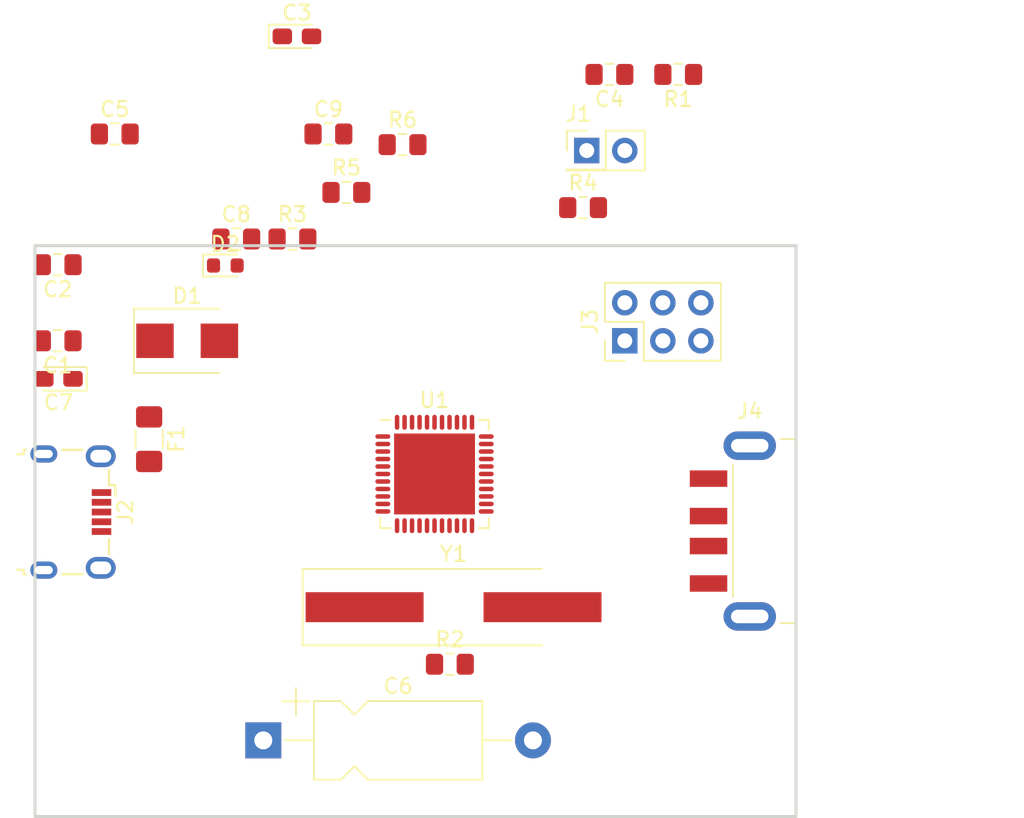
<source format=kicad_pcb>
(kicad_pcb (version 20171130) (host pcbnew "(6.0.0-rc1-dev-617-g3bac10b11)")

  (general
    (thickness 1.6)
    (drawings 4)
    (tracks 0)
    (zones 0)
    (modules 24)
    (nets 44)
  )

  (page A4)
  (layers
    (0 F.Cu signal)
    (31 B.Cu signal)
    (32 B.Adhes user)
    (33 F.Adhes user)
    (34 B.Paste user)
    (35 F.Paste user)
    (36 B.SilkS user)
    (37 F.SilkS user)
    (38 B.Mask user)
    (39 F.Mask user)
    (40 Dwgs.User user hide)
    (41 Cmts.User user)
    (42 Eco1.User user)
    (43 Eco2.User user)
    (44 Edge.Cuts user)
    (45 Margin user)
    (46 B.CrtYd user hide)
    (47 F.CrtYd user hide)
    (48 B.Fab user)
    (49 F.Fab user hide)
  )

  (setup
    (last_trace_width 0.25)
    (trace_clearance 0.2)
    (zone_clearance 0.508)
    (zone_45_only no)
    (trace_min 0.2)
    (via_size 0.8)
    (via_drill 0.4)
    (via_min_size 0.4)
    (via_min_drill 0.3)
    (uvia_size 0.3)
    (uvia_drill 0.1)
    (uvias_allowed no)
    (uvia_min_size 0.2)
    (uvia_min_drill 0.1)
    (edge_width 0.15)
    (segment_width 0.2)
    (pcb_text_width 0.3)
    (pcb_text_size 1.5 1.5)
    (mod_edge_width 0.15)
    (mod_text_size 1 1)
    (mod_text_width 0.15)
    (pad_size 1.524 1.524)
    (pad_drill 0.762)
    (pad_to_mask_clearance 0.2)
    (solder_mask_min_width 0.25)
    (aux_axis_origin 0 0)
    (visible_elements FFFFFF7F)
    (pcbplotparams
      (layerselection 0x010fc_ffffffff)
      (usegerberextensions false)
      (usegerberattributes false)
      (usegerberadvancedattributes false)
      (creategerberjobfile false)
      (excludeedgelayer true)
      (linewidth 0.100000)
      (plotframeref false)
      (viasonmask false)
      (mode 1)
      (useauxorigin false)
      (hpglpennumber 1)
      (hpglpenspeed 20)
      (hpglpendiameter 15.000000)
      (psnegative false)
      (psa4output false)
      (plotreference true)
      (plotvalue true)
      (plotinvisibletext false)
      (padsonsilk false)
      (subtractmaskfromsilk false)
      (outputformat 1)
      (mirror false)
      (drillshape 1)
      (scaleselection 1)
      (outputdirectory ""))
  )

  (net 0 "")
  (net 1 "Net-(U1-Pad1)")
  (net 2 VCC)
  (net 3 /D-)
  (net 4 /D+)
  (net 5 GND)
  (net 6 "Net-(U1-Pad8)")
  (net 7 /SCK)
  (net 8 /MOSI)
  (net 9 /MISO)
  (net 10 "Net-(U1-Pad12)")
  (net 11 /*Reset)
  (net 12 /XTAL2)
  (net 13 /XTAL1)
  (net 14 "Net-(U1-Pad18)")
  (net 15 "Net-(U1-Pad19)")
  (net 16 "Net-(U1-Pad20)")
  (net 17 "Net-(U1-Pad21)")
  (net 18 "Net-(U1-Pad22)")
  (net 19 "Net-(U1-Pad25)")
  (net 20 "Net-(U1-Pad26)")
  (net 21 "Net-(U1-Pad27)")
  (net 22 "Net-(U1-Pad28)")
  (net 23 "Net-(U1-Pad29)")
  (net 24 "Net-(U1-Pad30)")
  (net 25 "Net-(U1-Pad31)")
  (net 26 "Net-(U1-Pad32)")
  (net 27 "Net-(U1-Pad33)")
  (net 28 "Net-(U1-Pad36)")
  (net 29 "Net-(U1-Pad37)")
  (net 30 "Net-(U1-Pad38)")
  (net 31 "Net-(U1-Pad39)")
  (net 32 "Net-(U1-Pad40)")
  (net 33 "Net-(U1-Pad41)")
  (net 34 "Net-(U1-Pad42)")
  (net 35 "Net-(D2-Pad2)")
  (net 36 "Net-(F1-Pad2)")
  (net 37 "Net-(J2-Pad2)")
  (net 38 "Net-(J2-Pad3)")
  (net 39 "Net-(J2-Pad4)")
  (net 40 /Reset)
  (net 41 "Net-(J4-Pad2)")
  (net 42 "Net-(J4-Pad3)")
  (net 43 "Net-(C7-Pad1)")

  (net_class Default "This is the default net class."
    (clearance 0.2)
    (trace_width 0.25)
    (via_dia 0.8)
    (via_drill 0.4)
    (uvia_dia 0.3)
    (uvia_drill 0.1)
    (add_net /*Reset)
    (add_net /D+)
    (add_net /D-)
    (add_net /MISO)
    (add_net /MOSI)
    (add_net /Reset)
    (add_net /SCK)
    (add_net /XTAL1)
    (add_net /XTAL2)
    (add_net GND)
    (add_net "Net-(C7-Pad1)")
    (add_net "Net-(D2-Pad2)")
    (add_net "Net-(F1-Pad2)")
    (add_net "Net-(J2-Pad2)")
    (add_net "Net-(J2-Pad3)")
    (add_net "Net-(J2-Pad4)")
    (add_net "Net-(J4-Pad2)")
    (add_net "Net-(J4-Pad3)")
    (add_net "Net-(U1-Pad1)")
    (add_net "Net-(U1-Pad12)")
    (add_net "Net-(U1-Pad18)")
    (add_net "Net-(U1-Pad19)")
    (add_net "Net-(U1-Pad20)")
    (add_net "Net-(U1-Pad21)")
    (add_net "Net-(U1-Pad22)")
    (add_net "Net-(U1-Pad25)")
    (add_net "Net-(U1-Pad26)")
    (add_net "Net-(U1-Pad27)")
    (add_net "Net-(U1-Pad28)")
    (add_net "Net-(U1-Pad29)")
    (add_net "Net-(U1-Pad30)")
    (add_net "Net-(U1-Pad31)")
    (add_net "Net-(U1-Pad32)")
    (add_net "Net-(U1-Pad33)")
    (add_net "Net-(U1-Pad36)")
    (add_net "Net-(U1-Pad37)")
    (add_net "Net-(U1-Pad38)")
    (add_net "Net-(U1-Pad39)")
    (add_net "Net-(U1-Pad40)")
    (add_net "Net-(U1-Pad41)")
    (add_net "Net-(U1-Pad42)")
    (add_net "Net-(U1-Pad8)")
    (add_net VCC)
  )

  (module Package_DFN_QFN:QFN-44-1EP_7x7mm_P0.5mm_EP5.4x5.4mm (layer F.Cu) (tedit 5AAB50AC) (tstamp 5BB73AB9)
    (at 191.77 40.64)
    (descr "44-Lead Plastic Quad Flat No-Lead Package, 7x7mm Body (see Atmel Appnote 8826)")
    (tags "QFN 0.5")
    (path /5BA9A745)
    (attr smd)
    (fp_text reference U1 (at 0 -4.925) (layer F.SilkS)
      (effects (font (size 1 1) (thickness 0.15)))
    )
    (fp_text value ATmega16U4-MU (at 0 4.925) (layer F.Fab)
      (effects (font (size 1 1) (thickness 0.15)))
    )
    (fp_text user %R (at 0 0) (layer F.Fab)
      (effects (font (size 1 1) (thickness 0.15)))
    )
    (fp_line (start -4.2 -4.2) (end -4.2 4.2) (layer F.CrtYd) (width 0.05))
    (fp_line (start -4.2 -4.2) (end 4.2 -4.2) (layer F.CrtYd) (width 0.05))
    (fp_line (start -4.2 4.2) (end 4.2 4.2) (layer F.CrtYd) (width 0.05))
    (fp_line (start 4.2 -4.2) (end 4.2 4.2) (layer F.CrtYd) (width 0.05))
    (fp_line (start -3.5 -2.5) (end -2.5 -3.5) (layer F.Fab) (width 0.1))
    (fp_line (start -3.5 3.5) (end -3.5 -2.5) (layer F.Fab) (width 0.1))
    (fp_line (start -2.5 -3.5) (end 3.5 -3.5) (layer F.Fab) (width 0.1))
    (fp_line (start 3.5 -3.5) (end 3.5 3.5) (layer F.Fab) (width 0.1))
    (fp_line (start 3.5 3.5) (end -3.5 3.5) (layer F.Fab) (width 0.1))
    (fp_line (start -3.62 -3.62) (end -2.95 -3.62) (layer F.SilkS) (width 0.12))
    (fp_line (start -3.62 3.62) (end -3.62 2.95) (layer F.SilkS) (width 0.12))
    (fp_line (start -3.62 3.62) (end -2.95 3.62) (layer F.SilkS) (width 0.12))
    (fp_line (start 3.62 -3.62) (end 2.95 -3.62) (layer F.SilkS) (width 0.12))
    (fp_line (start 3.62 -3.62) (end 3.62 -2.95) (layer F.SilkS) (width 0.12))
    (fp_line (start 3.62 3.62) (end 2.95 3.62) (layer F.SilkS) (width 0.12))
    (fp_line (start 3.62 3.62) (end 3.62 2.95) (layer F.SilkS) (width 0.12))
    (pad 1 smd oval (at -3.45 -2.5) (size 1 0.3) (layers F.Cu F.Paste F.Mask)
      (net 1 "Net-(U1-Pad1)"))
    (pad 2 smd oval (at -3.45 -2) (size 1 0.3) (layers F.Cu F.Paste F.Mask)
      (net 2 VCC))
    (pad 3 smd oval (at -3.45 -1.5) (size 1 0.3) (layers F.Cu F.Paste F.Mask)
      (net 3 /D-))
    (pad 4 smd oval (at -3.45 -1) (size 1 0.3) (layers F.Cu F.Paste F.Mask)
      (net 4 /D+))
    (pad 5 smd oval (at -3.45 -0.5) (size 1 0.3) (layers F.Cu F.Paste F.Mask)
      (net 5 GND))
    (pad 6 smd oval (at -3.45 0) (size 1 0.3) (layers F.Cu F.Paste F.Mask)
      (net 43 "Net-(C7-Pad1)"))
    (pad 7 smd oval (at -3.45 0.5) (size 1 0.3) (layers F.Cu F.Paste F.Mask)
      (net 2 VCC))
    (pad 8 smd oval (at -3.45 1) (size 1 0.3) (layers F.Cu F.Paste F.Mask)
      (net 6 "Net-(U1-Pad8)"))
    (pad 9 smd oval (at -3.45 1.5) (size 1 0.3) (layers F.Cu F.Paste F.Mask)
      (net 7 /SCK))
    (pad 10 smd oval (at -3.45 2) (size 1 0.3) (layers F.Cu F.Paste F.Mask)
      (net 8 /MOSI))
    (pad 11 smd oval (at -3.45 2.5) (size 1 0.3) (layers F.Cu F.Paste F.Mask)
      (net 9 /MISO))
    (pad 12 smd oval (at -2.5 3.45 90) (size 1 0.3) (layers F.Cu F.Paste F.Mask)
      (net 10 "Net-(U1-Pad12)"))
    (pad 13 smd oval (at -2 3.45 90) (size 1 0.3) (layers F.Cu F.Paste F.Mask)
      (net 11 /*Reset))
    (pad 14 smd oval (at -1.5 3.45 90) (size 1 0.3) (layers F.Cu F.Paste F.Mask)
      (net 2 VCC))
    (pad 15 smd oval (at -1 3.45 90) (size 1 0.3) (layers F.Cu F.Paste F.Mask)
      (net 5 GND))
    (pad 16 smd oval (at -0.5 3.45 90) (size 1 0.3) (layers F.Cu F.Paste F.Mask)
      (net 12 /XTAL2))
    (pad 17 smd oval (at 0 3.45 90) (size 1 0.3) (layers F.Cu F.Paste F.Mask)
      (net 13 /XTAL1))
    (pad 18 smd oval (at 0.5 3.45 90) (size 1 0.3) (layers F.Cu F.Paste F.Mask)
      (net 14 "Net-(U1-Pad18)"))
    (pad 19 smd oval (at 1 3.45 90) (size 1 0.3) (layers F.Cu F.Paste F.Mask)
      (net 15 "Net-(U1-Pad19)"))
    (pad 20 smd oval (at 1.5 3.45 90) (size 1 0.3) (layers F.Cu F.Paste F.Mask)
      (net 16 "Net-(U1-Pad20)"))
    (pad 21 smd oval (at 2 3.45 90) (size 1 0.3) (layers F.Cu F.Paste F.Mask)
      (net 17 "Net-(U1-Pad21)"))
    (pad 22 smd oval (at 2.5 3.45 90) (size 1 0.3) (layers F.Cu F.Paste F.Mask)
      (net 18 "Net-(U1-Pad22)"))
    (pad 23 smd oval (at 3.45 2.5) (size 1 0.3) (layers F.Cu F.Paste F.Mask)
      (net 5 GND))
    (pad 24 smd oval (at 3.45 2) (size 1 0.3) (layers F.Cu F.Paste F.Mask)
      (net 2 VCC))
    (pad 25 smd oval (at 3.45 1.5) (size 1 0.3) (layers F.Cu F.Paste F.Mask)
      (net 19 "Net-(U1-Pad25)"))
    (pad 26 smd oval (at 3.45 1) (size 1 0.3) (layers F.Cu F.Paste F.Mask)
      (net 20 "Net-(U1-Pad26)"))
    (pad 27 smd oval (at 3.45 0.5) (size 1 0.3) (layers F.Cu F.Paste F.Mask)
      (net 21 "Net-(U1-Pad27)"))
    (pad 28 smd oval (at 3.45 0) (size 1 0.3) (layers F.Cu F.Paste F.Mask)
      (net 22 "Net-(U1-Pad28)"))
    (pad 29 smd oval (at 3.45 -0.5) (size 1 0.3) (layers F.Cu F.Paste F.Mask)
      (net 23 "Net-(U1-Pad29)"))
    (pad 30 smd oval (at 3.45 -1) (size 1 0.3) (layers F.Cu F.Paste F.Mask)
      (net 24 "Net-(U1-Pad30)"))
    (pad 31 smd oval (at 3.45 -1.5) (size 1 0.3) (layers F.Cu F.Paste F.Mask)
      (net 25 "Net-(U1-Pad31)"))
    (pad 32 smd oval (at 3.45 -2) (size 1 0.3) (layers F.Cu F.Paste F.Mask)
      (net 26 "Net-(U1-Pad32)"))
    (pad 33 smd oval (at 3.45 -2.5) (size 1 0.3) (layers F.Cu F.Paste F.Mask)
      (net 27 "Net-(U1-Pad33)"))
    (pad 34 smd oval (at 2.5 -3.45 90) (size 1 0.3) (layers F.Cu F.Paste F.Mask)
      (net 2 VCC))
    (pad 35 smd oval (at 2 -3.45 90) (size 1 0.3) (layers F.Cu F.Paste F.Mask)
      (net 5 GND))
    (pad 36 smd oval (at 1.5 -3.45 90) (size 1 0.3) (layers F.Cu F.Paste F.Mask)
      (net 28 "Net-(U1-Pad36)"))
    (pad 37 smd oval (at 1 -3.45 90) (size 1 0.3) (layers F.Cu F.Paste F.Mask)
      (net 29 "Net-(U1-Pad37)"))
    (pad 38 smd oval (at 0.5 -3.45 90) (size 1 0.3) (layers F.Cu F.Paste F.Mask)
      (net 30 "Net-(U1-Pad38)"))
    (pad 39 smd oval (at 0 -3.45 90) (size 1 0.3) (layers F.Cu F.Paste F.Mask)
      (net 31 "Net-(U1-Pad39)"))
    (pad 40 smd oval (at -0.5 -3.45 90) (size 1 0.3) (layers F.Cu F.Paste F.Mask)
      (net 32 "Net-(U1-Pad40)"))
    (pad 41 smd oval (at -1 -3.45 90) (size 1 0.3) (layers F.Cu F.Paste F.Mask)
      (net 33 "Net-(U1-Pad41)"))
    (pad 42 smd oval (at -1.5 -3.45 90) (size 1 0.3) (layers F.Cu F.Paste F.Mask)
      (net 34 "Net-(U1-Pad42)"))
    (pad 43 smd oval (at -2 -3.45 90) (size 1 0.3) (layers F.Cu F.Paste F.Mask)
      (net 5 GND))
    (pad 44 smd oval (at -2.5 -3.45 90) (size 1 0.3) (layers F.Cu F.Paste F.Mask)
      (net 2 VCC))
    (pad 45 smd rect (at 0 0) (size 5.4 5.4) (layers F.Cu F.Mask)
      (net 5 GND))
    (pad "" smd rect (at -2.06 -2.06) (size 0.83 0.83) (layers F.Paste))
    (pad "" smd rect (at -2.06 -1.03) (size 0.83 0.83) (layers F.Paste))
    (pad "" smd rect (at -2.06 0) (size 0.83 0.83) (layers F.Paste))
    (pad "" smd rect (at -2.06 1.03) (size 0.83 0.83) (layers F.Paste))
    (pad "" smd rect (at -2.06 2.06) (size 0.83 0.83) (layers F.Paste))
    (pad "" smd rect (at -1.03 -2.06) (size 0.83 0.83) (layers F.Paste))
    (pad "" smd rect (at -1.03 -1.03) (size 0.83 0.83) (layers F.Paste))
    (pad "" smd rect (at -1.03 0) (size 0.83 0.83) (layers F.Paste))
    (pad "" smd rect (at -1.03 1.03) (size 0.83 0.83) (layers F.Paste))
    (pad "" smd rect (at -1.03 2.06) (size 0.83 0.83) (layers F.Paste))
    (pad "" smd rect (at 0 -2.06) (size 0.83 0.83) (layers F.Paste))
    (pad "" smd rect (at 0 -1.03) (size 0.83 0.83) (layers F.Paste))
    (pad "" smd rect (at 0 0) (size 0.83 0.83) (layers F.Paste))
    (pad "" smd rect (at 0 1.03) (size 0.83 0.83) (layers F.Paste))
    (pad "" smd rect (at 0 2.06) (size 0.83 0.83) (layers F.Paste))
    (pad "" smd rect (at 1.03 -2.06) (size 0.83 0.83) (layers F.Paste))
    (pad "" smd rect (at 1.03 -1.03) (size 0.83 0.83) (layers F.Paste))
    (pad "" smd rect (at 1.03 0) (size 0.83 0.83) (layers F.Paste))
    (pad "" smd rect (at 1.03 1.03) (size 0.83 0.83) (layers F.Paste))
    (pad "" smd rect (at 1.03 2.06) (size 0.83 0.83) (layers F.Paste))
    (pad "" smd rect (at 2.06 -2.06) (size 0.83 0.83) (layers F.Paste))
    (pad "" smd rect (at 2.06 -1.03) (size 0.83 0.83) (layers F.Paste))
    (pad "" smd rect (at 2.06 0) (size 0.83 0.83) (layers F.Paste))
    (pad "" smd rect (at 2.06 1.03) (size 0.83 0.83) (layers F.Paste))
    (pad "" smd rect (at 2.06 2.06) (size 0.83 0.83) (layers F.Paste))
    (model ${KISYS3DMOD}/Package_DFN_QFN.3dshapes/QFN-44-1EP_7x7mm_P0.5mm_EP5.4x5.4mm.wrl
      (at (xyz 0 0 0))
      (scale (xyz 1 1 1))
      (rotate (xyz 0 0 0))
    )
  )

  (module Capacitor_SMD:C_0805_2012Metric_Pad1.15x1.40mm_HandSolder (layer F.Cu) (tedit 5B36C52B) (tstamp 5BB563B1)
    (at 166.615 31.75 180)
    (descr "Capacitor SMD 0805 (2012 Metric), square (rectangular) end terminal, IPC_7351 nominal with elongated pad for handsoldering. (Body size source: https://docs.google.com/spreadsheets/d/1BsfQQcO9C6DZCsRaXUlFlo91Tg2WpOkGARC1WS5S8t0/edit?usp=sharing), generated with kicad-footprint-generator")
    (tags "capacitor handsolder")
    (path /5BAABDD1)
    (attr smd)
    (fp_text reference C1 (at 0 -1.65 180) (layer F.SilkS)
      (effects (font (size 1 1) (thickness 0.15)))
    )
    (fp_text value C (at 0 1.65 180) (layer F.Fab)
      (effects (font (size 1 1) (thickness 0.15)))
    )
    (fp_line (start -1 0.6) (end -1 -0.6) (layer F.Fab) (width 0.1))
    (fp_line (start -1 -0.6) (end 1 -0.6) (layer F.Fab) (width 0.1))
    (fp_line (start 1 -0.6) (end 1 0.6) (layer F.Fab) (width 0.1))
    (fp_line (start 1 0.6) (end -1 0.6) (layer F.Fab) (width 0.1))
    (fp_line (start -0.261252 -0.71) (end 0.261252 -0.71) (layer F.SilkS) (width 0.12))
    (fp_line (start -0.261252 0.71) (end 0.261252 0.71) (layer F.SilkS) (width 0.12))
    (fp_line (start -1.85 0.95) (end -1.85 -0.95) (layer F.CrtYd) (width 0.05))
    (fp_line (start -1.85 -0.95) (end 1.85 -0.95) (layer F.CrtYd) (width 0.05))
    (fp_line (start 1.85 -0.95) (end 1.85 0.95) (layer F.CrtYd) (width 0.05))
    (fp_line (start 1.85 0.95) (end -1.85 0.95) (layer F.CrtYd) (width 0.05))
    (fp_text user %R (at 0 0 180) (layer F.Fab)
      (effects (font (size 0.5 0.5) (thickness 0.08)))
    )
    (pad 1 smd roundrect (at -1.025 0 180) (size 1.15 1.4) (layers F.Cu F.Paste F.Mask) (roundrect_rratio 0.217391)
      (net 13 /XTAL1))
    (pad 2 smd roundrect (at 1.025 0 180) (size 1.15 1.4) (layers F.Cu F.Paste F.Mask) (roundrect_rratio 0.217391)
      (net 5 GND))
    (model ${KISYS3DMOD}/Capacitor_SMD.3dshapes/C_0805_2012Metric.wrl
      (at (xyz 0 0 0))
      (scale (xyz 1 1 1))
      (rotate (xyz 0 0 0))
    )
  )

  (module Capacitor_SMD:C_0805_2012Metric_Pad1.15x1.40mm_HandSolder (layer F.Cu) (tedit 5B36C52B) (tstamp 5BB563C2)
    (at 166.615 26.67 180)
    (descr "Capacitor SMD 0805 (2012 Metric), square (rectangular) end terminal, IPC_7351 nominal with elongated pad for handsoldering. (Body size source: https://docs.google.com/spreadsheets/d/1BsfQQcO9C6DZCsRaXUlFlo91Tg2WpOkGARC1WS5S8t0/edit?usp=sharing), generated with kicad-footprint-generator")
    (tags "capacitor handsolder")
    (path /5BAABEBA)
    (attr smd)
    (fp_text reference C2 (at 0 -1.65 180) (layer F.SilkS)
      (effects (font (size 1 1) (thickness 0.15)))
    )
    (fp_text value C (at 0 1.65 180) (layer F.Fab)
      (effects (font (size 1 1) (thickness 0.15)))
    )
    (fp_text user %R (at 0 0 180) (layer F.Fab)
      (effects (font (size 0.5 0.5) (thickness 0.08)))
    )
    (fp_line (start 1.85 0.95) (end -1.85 0.95) (layer F.CrtYd) (width 0.05))
    (fp_line (start 1.85 -0.95) (end 1.85 0.95) (layer F.CrtYd) (width 0.05))
    (fp_line (start -1.85 -0.95) (end 1.85 -0.95) (layer F.CrtYd) (width 0.05))
    (fp_line (start -1.85 0.95) (end -1.85 -0.95) (layer F.CrtYd) (width 0.05))
    (fp_line (start -0.261252 0.71) (end 0.261252 0.71) (layer F.SilkS) (width 0.12))
    (fp_line (start -0.261252 -0.71) (end 0.261252 -0.71) (layer F.SilkS) (width 0.12))
    (fp_line (start 1 0.6) (end -1 0.6) (layer F.Fab) (width 0.1))
    (fp_line (start 1 -0.6) (end 1 0.6) (layer F.Fab) (width 0.1))
    (fp_line (start -1 -0.6) (end 1 -0.6) (layer F.Fab) (width 0.1))
    (fp_line (start -1 0.6) (end -1 -0.6) (layer F.Fab) (width 0.1))
    (pad 2 smd roundrect (at 1.025 0 180) (size 1.15 1.4) (layers F.Cu F.Paste F.Mask) (roundrect_rratio 0.217391)
      (net 5 GND))
    (pad 1 smd roundrect (at -1.025 0 180) (size 1.15 1.4) (layers F.Cu F.Paste F.Mask) (roundrect_rratio 0.217391)
      (net 12 /XTAL2))
    (model ${KISYS3DMOD}/Capacitor_SMD.3dshapes/C_0805_2012Metric.wrl
      (at (xyz 0 0 0))
      (scale (xyz 1 1 1))
      (rotate (xyz 0 0 0))
    )
  )

  (module Capacitor_Tantalum_SMD:CP_EIA-2012-15_AVX-P_Pad1.30x1.05mm_HandSolder (layer F.Cu) (tedit 5B301BBE) (tstamp 5BB563D5)
    (at 182.585 11.43)
    (descr "Tantalum Capacitor SMD AVX-P (2012-15 Metric), IPC_7351 nominal, (Body size from: https://www.vishay.com/docs/40182/tmch.pdf), generated with kicad-footprint-generator")
    (tags "capacitor tantalum")
    (path /5BACB266)
    (attr smd)
    (fp_text reference C3 (at 0 -1.58) (layer F.SilkS)
      (effects (font (size 1 1) (thickness 0.15)))
    )
    (fp_text value 10uF (at 0 1.58) (layer F.Fab)
      (effects (font (size 1 1) (thickness 0.15)))
    )
    (fp_text user %R (at 0 0) (layer F.Fab)
      (effects (font (size 0.5 0.5) (thickness 0.08)))
    )
    (fp_line (start 1.88 0.88) (end -1.88 0.88) (layer F.CrtYd) (width 0.05))
    (fp_line (start 1.88 -0.88) (end 1.88 0.88) (layer F.CrtYd) (width 0.05))
    (fp_line (start -1.88 -0.88) (end 1.88 -0.88) (layer F.CrtYd) (width 0.05))
    (fp_line (start -1.88 0.88) (end -1.88 -0.88) (layer F.CrtYd) (width 0.05))
    (fp_line (start -1.885 0.785) (end 1 0.785) (layer F.SilkS) (width 0.12))
    (fp_line (start -1.885 -0.785) (end -1.885 0.785) (layer F.SilkS) (width 0.12))
    (fp_line (start 1 -0.785) (end -1.885 -0.785) (layer F.SilkS) (width 0.12))
    (fp_line (start 1 0.625) (end 1 -0.625) (layer F.Fab) (width 0.1))
    (fp_line (start -1 0.625) (end 1 0.625) (layer F.Fab) (width 0.1))
    (fp_line (start -1 -0.3125) (end -1 0.625) (layer F.Fab) (width 0.1))
    (fp_line (start -0.6875 -0.625) (end -1 -0.3125) (layer F.Fab) (width 0.1))
    (fp_line (start 1 -0.625) (end -0.6875 -0.625) (layer F.Fab) (width 0.1))
    (pad 2 smd roundrect (at 0.975 0) (size 1.3 1.05) (layers F.Cu F.Paste F.Mask) (roundrect_rratio 0.238095)
      (net 5 GND))
    (pad 1 smd roundrect (at -0.975 0) (size 1.3 1.05) (layers F.Cu F.Paste F.Mask) (roundrect_rratio 0.238095)
      (net 2 VCC))
    (model ${KISYS3DMOD}/Capacitor_Tantalum_SMD.3dshapes/CP_EIA-2012-15_AVX-P.wrl
      (at (xyz 0 0 0))
      (scale (xyz 1 1 1))
      (rotate (xyz 0 0 0))
    )
  )

  (module Capacitor_SMD:C_0805_2012Metric_Pad1.15x1.40mm_HandSolder (layer F.Cu) (tedit 5B36C52B) (tstamp 5BB563E6)
    (at 203.445 13.97 180)
    (descr "Capacitor SMD 0805 (2012 Metric), square (rectangular) end terminal, IPC_7351 nominal with elongated pad for handsoldering. (Body size source: https://docs.google.com/spreadsheets/d/1BsfQQcO9C6DZCsRaXUlFlo91Tg2WpOkGARC1WS5S8t0/edit?usp=sharing), generated with kicad-footprint-generator")
    (tags "capacitor handsolder")
    (path /5BA9F0DA)
    (attr smd)
    (fp_text reference C4 (at 0 -1.65 180) (layer F.SilkS)
      (effects (font (size 1 1) (thickness 0.15)))
    )
    (fp_text value 0.1uF (at 0 1.65 180) (layer F.Fab)
      (effects (font (size 1 1) (thickness 0.15)))
    )
    (fp_text user %R (at 0 0 180) (layer F.Fab)
      (effects (font (size 0.5 0.5) (thickness 0.08)))
    )
    (fp_line (start 1.85 0.95) (end -1.85 0.95) (layer F.CrtYd) (width 0.05))
    (fp_line (start 1.85 -0.95) (end 1.85 0.95) (layer F.CrtYd) (width 0.05))
    (fp_line (start -1.85 -0.95) (end 1.85 -0.95) (layer F.CrtYd) (width 0.05))
    (fp_line (start -1.85 0.95) (end -1.85 -0.95) (layer F.CrtYd) (width 0.05))
    (fp_line (start -0.261252 0.71) (end 0.261252 0.71) (layer F.SilkS) (width 0.12))
    (fp_line (start -0.261252 -0.71) (end 0.261252 -0.71) (layer F.SilkS) (width 0.12))
    (fp_line (start 1 0.6) (end -1 0.6) (layer F.Fab) (width 0.1))
    (fp_line (start 1 -0.6) (end 1 0.6) (layer F.Fab) (width 0.1))
    (fp_line (start -1 -0.6) (end 1 -0.6) (layer F.Fab) (width 0.1))
    (fp_line (start -1 0.6) (end -1 -0.6) (layer F.Fab) (width 0.1))
    (pad 2 smd roundrect (at 1.025 0 180) (size 1.15 1.4) (layers F.Cu F.Paste F.Mask) (roundrect_rratio 0.217391)
      (net 5 GND))
    (pad 1 smd roundrect (at -1.025 0 180) (size 1.15 1.4) (layers F.Cu F.Paste F.Mask) (roundrect_rratio 0.217391)
      (net 11 /*Reset))
    (model ${KISYS3DMOD}/Capacitor_SMD.3dshapes/C_0805_2012Metric.wrl
      (at (xyz 0 0 0))
      (scale (xyz 1 1 1))
      (rotate (xyz 0 0 0))
    )
  )

  (module Capacitor_SMD:C_0805_2012Metric_Pad1.15x1.40mm_HandSolder (layer F.Cu) (tedit 5B36C52B) (tstamp 5BB563F7)
    (at 170.425 17.945001)
    (descr "Capacitor SMD 0805 (2012 Metric), square (rectangular) end terminal, IPC_7351 nominal with elongated pad for handsoldering. (Body size source: https://docs.google.com/spreadsheets/d/1BsfQQcO9C6DZCsRaXUlFlo91Tg2WpOkGARC1WS5S8t0/edit?usp=sharing), generated with kicad-footprint-generator")
    (tags "capacitor handsolder")
    (path /5BACB06C)
    (attr smd)
    (fp_text reference C5 (at 0 -1.65) (layer F.SilkS)
      (effects (font (size 1 1) (thickness 0.15)))
    )
    (fp_text value 0.1uF (at 0 1.65) (layer F.Fab)
      (effects (font (size 1 1) (thickness 0.15)))
    )
    (fp_line (start -1 0.6) (end -1 -0.6) (layer F.Fab) (width 0.1))
    (fp_line (start -1 -0.6) (end 1 -0.6) (layer F.Fab) (width 0.1))
    (fp_line (start 1 -0.6) (end 1 0.6) (layer F.Fab) (width 0.1))
    (fp_line (start 1 0.6) (end -1 0.6) (layer F.Fab) (width 0.1))
    (fp_line (start -0.261252 -0.71) (end 0.261252 -0.71) (layer F.SilkS) (width 0.12))
    (fp_line (start -0.261252 0.71) (end 0.261252 0.71) (layer F.SilkS) (width 0.12))
    (fp_line (start -1.85 0.95) (end -1.85 -0.95) (layer F.CrtYd) (width 0.05))
    (fp_line (start -1.85 -0.95) (end 1.85 -0.95) (layer F.CrtYd) (width 0.05))
    (fp_line (start 1.85 -0.95) (end 1.85 0.95) (layer F.CrtYd) (width 0.05))
    (fp_line (start 1.85 0.95) (end -1.85 0.95) (layer F.CrtYd) (width 0.05))
    (fp_text user %R (at 0 0) (layer F.Fab)
      (effects (font (size 0.5 0.5) (thickness 0.08)))
    )
    (pad 1 smd roundrect (at -1.025 0) (size 1.15 1.4) (layers F.Cu F.Paste F.Mask) (roundrect_rratio 0.217391)
      (net 2 VCC))
    (pad 2 smd roundrect (at 1.025 0) (size 1.15 1.4) (layers F.Cu F.Paste F.Mask) (roundrect_rratio 0.217391)
      (net 5 GND))
    (model ${KISYS3DMOD}/Capacitor_SMD.3dshapes/C_0805_2012Metric.wrl
      (at (xyz 0 0 0))
      (scale (xyz 1 1 1))
      (rotate (xyz 0 0 0))
    )
  )

  (module Capacitor_Tantalum_SMD:CP_EIA-2012-15_AVX-P_Pad1.30x1.05mm_HandSolder (layer F.Cu) (tedit 5B301BBE) (tstamp 5BBFDAA5)
    (at 166.665 34.29 180)
    (descr "Tantalum Capacitor SMD AVX-P (2012-15 Metric), IPC_7351 nominal, (Body size from: https://www.vishay.com/docs/40182/tmch.pdf), generated with kicad-footprint-generator")
    (tags "capacitor tantalum")
    (path /5BACA416)
    (attr smd)
    (fp_text reference C7 (at 0 -1.58 180) (layer F.SilkS)
      (effects (font (size 1 1) (thickness 0.15)))
    )
    (fp_text value 1uF (at 0 1.58 180) (layer F.Fab)
      (effects (font (size 1 1) (thickness 0.15)))
    )
    (fp_line (start 1 -0.625) (end -0.6875 -0.625) (layer F.Fab) (width 0.1))
    (fp_line (start -0.6875 -0.625) (end -1 -0.3125) (layer F.Fab) (width 0.1))
    (fp_line (start -1 -0.3125) (end -1 0.625) (layer F.Fab) (width 0.1))
    (fp_line (start -1 0.625) (end 1 0.625) (layer F.Fab) (width 0.1))
    (fp_line (start 1 0.625) (end 1 -0.625) (layer F.Fab) (width 0.1))
    (fp_line (start 1 -0.785) (end -1.885 -0.785) (layer F.SilkS) (width 0.12))
    (fp_line (start -1.885 -0.785) (end -1.885 0.785) (layer F.SilkS) (width 0.12))
    (fp_line (start -1.885 0.785) (end 1 0.785) (layer F.SilkS) (width 0.12))
    (fp_line (start -1.88 0.88) (end -1.88 -0.88) (layer F.CrtYd) (width 0.05))
    (fp_line (start -1.88 -0.88) (end 1.88 -0.88) (layer F.CrtYd) (width 0.05))
    (fp_line (start 1.88 -0.88) (end 1.88 0.88) (layer F.CrtYd) (width 0.05))
    (fp_line (start 1.88 0.88) (end -1.88 0.88) (layer F.CrtYd) (width 0.05))
    (fp_text user %R (at 0 0 180) (layer F.Fab)
      (effects (font (size 0.5 0.5) (thickness 0.08)))
    )
    (pad 1 smd roundrect (at -0.975 0 180) (size 1.3 1.05) (layers F.Cu F.Paste F.Mask) (roundrect_rratio 0.238095)
      (net 43 "Net-(C7-Pad1)"))
    (pad 2 smd roundrect (at 0.975 0 180) (size 1.3 1.05) (layers F.Cu F.Paste F.Mask) (roundrect_rratio 0.238095)
      (net 5 GND))
    (model ${KISYS3DMOD}/Capacitor_Tantalum_SMD.3dshapes/CP_EIA-2012-15_AVX-P.wrl
      (at (xyz 0 0 0))
      (scale (xyz 1 1 1))
      (rotate (xyz 0 0 0))
    )
  )

  (module Capacitor_SMD:C_0805_2012Metric_Pad1.15x1.40mm_HandSolder (layer F.Cu) (tedit 5B36C52B) (tstamp 5BB5641B)
    (at 178.535001 24.955001)
    (descr "Capacitor SMD 0805 (2012 Metric), square (rectangular) end terminal, IPC_7351 nominal with elongated pad for handsoldering. (Body size source: https://docs.google.com/spreadsheets/d/1BsfQQcO9C6DZCsRaXUlFlo91Tg2WpOkGARC1WS5S8t0/edit?usp=sharing), generated with kicad-footprint-generator")
    (tags "capacitor handsolder")
    (path /5BA9BD79)
    (attr smd)
    (fp_text reference C8 (at 0 -1.65) (layer F.SilkS)
      (effects (font (size 1 1) (thickness 0.15)))
    )
    (fp_text value 1uF (at 0 1.65) (layer F.Fab)
      (effects (font (size 1 1) (thickness 0.15)))
    )
    (fp_line (start -1 0.6) (end -1 -0.6) (layer F.Fab) (width 0.1))
    (fp_line (start -1 -0.6) (end 1 -0.6) (layer F.Fab) (width 0.1))
    (fp_line (start 1 -0.6) (end 1 0.6) (layer F.Fab) (width 0.1))
    (fp_line (start 1 0.6) (end -1 0.6) (layer F.Fab) (width 0.1))
    (fp_line (start -0.261252 -0.71) (end 0.261252 -0.71) (layer F.SilkS) (width 0.12))
    (fp_line (start -0.261252 0.71) (end 0.261252 0.71) (layer F.SilkS) (width 0.12))
    (fp_line (start -1.85 0.95) (end -1.85 -0.95) (layer F.CrtYd) (width 0.05))
    (fp_line (start -1.85 -0.95) (end 1.85 -0.95) (layer F.CrtYd) (width 0.05))
    (fp_line (start 1.85 -0.95) (end 1.85 0.95) (layer F.CrtYd) (width 0.05))
    (fp_line (start 1.85 0.95) (end -1.85 0.95) (layer F.CrtYd) (width 0.05))
    (fp_text user %R (at 0 0) (layer F.Fab)
      (effects (font (size 0.5 0.5) (thickness 0.08)))
    )
    (pad 1 smd roundrect (at -1.025 0) (size 1.15 1.4) (layers F.Cu F.Paste F.Mask) (roundrect_rratio 0.217391)
      (net 2 VCC))
    (pad 2 smd roundrect (at 1.025 0) (size 1.15 1.4) (layers F.Cu F.Paste F.Mask) (roundrect_rratio 0.217391)
      (net 5 GND))
    (model ${KISYS3DMOD}/Capacitor_SMD.3dshapes/C_0805_2012Metric.wrl
      (at (xyz 0 0 0))
      (scale (xyz 1 1 1))
      (rotate (xyz 0 0 0))
    )
  )

  (module Capacitor_SMD:C_0805_2012Metric_Pad1.15x1.40mm_HandSolder (layer F.Cu) (tedit 5B36C52B) (tstamp 5BB5642C)
    (at 184.685001 17.945001)
    (descr "Capacitor SMD 0805 (2012 Metric), square (rectangular) end terminal, IPC_7351 nominal with elongated pad for handsoldering. (Body size source: https://docs.google.com/spreadsheets/d/1BsfQQcO9C6DZCsRaXUlFlo91Tg2WpOkGARC1WS5S8t0/edit?usp=sharing), generated with kicad-footprint-generator")
    (tags "capacitor handsolder")
    (path /5BA9BE12)
    (attr smd)
    (fp_text reference C9 (at 0 -1.65) (layer F.SilkS)
      (effects (font (size 1 1) (thickness 0.15)))
    )
    (fp_text value 0.1uF (at 0 1.65) (layer F.Fab)
      (effects (font (size 1 1) (thickness 0.15)))
    )
    (fp_text user %R (at 0 0) (layer F.Fab)
      (effects (font (size 0.5 0.5) (thickness 0.08)))
    )
    (fp_line (start 1.85 0.95) (end -1.85 0.95) (layer F.CrtYd) (width 0.05))
    (fp_line (start 1.85 -0.95) (end 1.85 0.95) (layer F.CrtYd) (width 0.05))
    (fp_line (start -1.85 -0.95) (end 1.85 -0.95) (layer F.CrtYd) (width 0.05))
    (fp_line (start -1.85 0.95) (end -1.85 -0.95) (layer F.CrtYd) (width 0.05))
    (fp_line (start -0.261252 0.71) (end 0.261252 0.71) (layer F.SilkS) (width 0.12))
    (fp_line (start -0.261252 -0.71) (end 0.261252 -0.71) (layer F.SilkS) (width 0.12))
    (fp_line (start 1 0.6) (end -1 0.6) (layer F.Fab) (width 0.1))
    (fp_line (start 1 -0.6) (end 1 0.6) (layer F.Fab) (width 0.1))
    (fp_line (start -1 -0.6) (end 1 -0.6) (layer F.Fab) (width 0.1))
    (fp_line (start -1 0.6) (end -1 -0.6) (layer F.Fab) (width 0.1))
    (pad 2 smd roundrect (at 1.025 0) (size 1.15 1.4) (layers F.Cu F.Paste F.Mask) (roundrect_rratio 0.217391)
      (net 5 GND))
    (pad 1 smd roundrect (at -1.025 0) (size 1.15 1.4) (layers F.Cu F.Paste F.Mask) (roundrect_rratio 0.217391)
      (net 2 VCC))
    (model ${KISYS3DMOD}/Capacitor_SMD.3dshapes/C_0805_2012Metric.wrl
      (at (xyz 0 0 0))
      (scale (xyz 1 1 1))
      (rotate (xyz 0 0 0))
    )
  )

  (module Diode_SMD:D_SMB (layer F.Cu) (tedit 58645DF3) (tstamp 5BB56444)
    (at 175.26 31.75)
    (descr "Diode SMB (DO-214AA)")
    (tags "Diode SMB (DO-214AA)")
    (path /5BA98393)
    (attr smd)
    (fp_text reference D1 (at 0 -3) (layer F.SilkS)
      (effects (font (size 1 1) (thickness 0.15)))
    )
    (fp_text value D_TVS_ALT (at 0 3.1) (layer F.Fab)
      (effects (font (size 1 1) (thickness 0.15)))
    )
    (fp_text user %R (at 0 -3) (layer F.Fab)
      (effects (font (size 1 1) (thickness 0.15)))
    )
    (fp_line (start -3.55 -2.15) (end -3.55 2.15) (layer F.SilkS) (width 0.12))
    (fp_line (start 2.3 2) (end -2.3 2) (layer F.Fab) (width 0.1))
    (fp_line (start -2.3 2) (end -2.3 -2) (layer F.Fab) (width 0.1))
    (fp_line (start 2.3 -2) (end 2.3 2) (layer F.Fab) (width 0.1))
    (fp_line (start 2.3 -2) (end -2.3 -2) (layer F.Fab) (width 0.1))
    (fp_line (start -3.65 -2.25) (end 3.65 -2.25) (layer F.CrtYd) (width 0.05))
    (fp_line (start 3.65 -2.25) (end 3.65 2.25) (layer F.CrtYd) (width 0.05))
    (fp_line (start 3.65 2.25) (end -3.65 2.25) (layer F.CrtYd) (width 0.05))
    (fp_line (start -3.65 2.25) (end -3.65 -2.25) (layer F.CrtYd) (width 0.05))
    (fp_line (start -0.64944 0.00102) (end -1.55114 0.00102) (layer F.Fab) (width 0.1))
    (fp_line (start 0.50118 0.00102) (end 1.4994 0.00102) (layer F.Fab) (width 0.1))
    (fp_line (start -0.64944 -0.79908) (end -0.64944 0.80112) (layer F.Fab) (width 0.1))
    (fp_line (start 0.50118 0.75032) (end 0.50118 -0.79908) (layer F.Fab) (width 0.1))
    (fp_line (start -0.64944 0.00102) (end 0.50118 0.75032) (layer F.Fab) (width 0.1))
    (fp_line (start -0.64944 0.00102) (end 0.50118 -0.79908) (layer F.Fab) (width 0.1))
    (fp_line (start -3.55 2.15) (end 2.15 2.15) (layer F.SilkS) (width 0.12))
    (fp_line (start -3.55 -2.15) (end 2.15 -2.15) (layer F.SilkS) (width 0.12))
    (pad 1 smd rect (at -2.15 0) (size 2.5 2.3) (layers F.Cu F.Paste F.Mask)
      (net 2 VCC))
    (pad 2 smd rect (at 2.15 0) (size 2.5 2.3) (layers F.Cu F.Paste F.Mask)
      (net 5 GND))
    (model ${KISYS3DMOD}/Diode_SMD.3dshapes/D_SMB.wrl
      (at (xyz 0 0 0))
      (scale (xyz 1 1 1))
      (rotate (xyz 0 0 0))
    )
  )

  (module Diode_SMD:D_0603_1608Metric (layer F.Cu) (tedit 5B301BBE) (tstamp 5BB56457)
    (at 177.805001 26.725001)
    (descr "Diode SMD 0603 (1608 Metric), square (rectangular) end terminal, IPC_7351 nominal, (Body size source: http://www.tortai-tech.com/upload/download/2011102023233369053.pdf), generated with kicad-footprint-generator")
    (tags diode)
    (path /5BA98465)
    (attr smd)
    (fp_text reference D2 (at 0 -1.43) (layer F.SilkS)
      (effects (font (size 1 1) (thickness 0.15)))
    )
    (fp_text value D_Zener_ALT (at 0 1.43) (layer F.Fab)
      (effects (font (size 1 1) (thickness 0.15)))
    )
    (fp_line (start 0.8 -0.4) (end -0.5 -0.4) (layer F.Fab) (width 0.1))
    (fp_line (start -0.5 -0.4) (end -0.8 -0.1) (layer F.Fab) (width 0.1))
    (fp_line (start -0.8 -0.1) (end -0.8 0.4) (layer F.Fab) (width 0.1))
    (fp_line (start -0.8 0.4) (end 0.8 0.4) (layer F.Fab) (width 0.1))
    (fp_line (start 0.8 0.4) (end 0.8 -0.4) (layer F.Fab) (width 0.1))
    (fp_line (start 0.8 -0.735) (end -1.485 -0.735) (layer F.SilkS) (width 0.12))
    (fp_line (start -1.485 -0.735) (end -1.485 0.735) (layer F.SilkS) (width 0.12))
    (fp_line (start -1.485 0.735) (end 0.8 0.735) (layer F.SilkS) (width 0.12))
    (fp_line (start -1.48 0.73) (end -1.48 -0.73) (layer F.CrtYd) (width 0.05))
    (fp_line (start -1.48 -0.73) (end 1.48 -0.73) (layer F.CrtYd) (width 0.05))
    (fp_line (start 1.48 -0.73) (end 1.48 0.73) (layer F.CrtYd) (width 0.05))
    (fp_line (start 1.48 0.73) (end -1.48 0.73) (layer F.CrtYd) (width 0.05))
    (fp_text user %R (at 0 0) (layer F.Fab)
      (effects (font (size 0.4 0.4) (thickness 0.06)))
    )
    (pad 1 smd roundrect (at -0.7875 0) (size 0.875 0.95) (layers F.Cu F.Paste F.Mask) (roundrect_rratio 0.25)
      (net 2 VCC))
    (pad 2 smd roundrect (at 0.7875 0) (size 0.875 0.95) (layers F.Cu F.Paste F.Mask) (roundrect_rratio 0.25)
      (net 35 "Net-(D2-Pad2)"))
    (model ${KISYS3DMOD}/Diode_SMD.3dshapes/D_0603_1608Metric.wrl
      (at (xyz 0 0 0))
      (scale (xyz 1 1 1))
      (rotate (xyz 0 0 0))
    )
  )

  (module Capacitor_SMD:C_1206_3216Metric_Pad1.42x1.75mm_HandSolder (layer F.Cu) (tedit 5B301BBE) (tstamp 5BBFD952)
    (at 172.72 38.3175 270)
    (descr "Capacitor SMD 1206 (3216 Metric), square (rectangular) end terminal, IPC_7351 nominal with elongated pad for handsoldering. (Body size source: http://www.tortai-tech.com/upload/download/2011102023233369053.pdf), generated with kicad-footprint-generator")
    (tags "capacitor handsolder")
    (path /5BAC2E50)
    (attr smd)
    (fp_text reference F1 (at 0 -1.82 270) (layer F.SilkS)
      (effects (font (size 1 1) (thickness 0.15)))
    )
    (fp_text value Polyfuse (at 0 1.82 270) (layer F.Fab)
      (effects (font (size 1 1) (thickness 0.15)))
    )
    (fp_line (start -1.6 0.8) (end -1.6 -0.8) (layer F.Fab) (width 0.1))
    (fp_line (start -1.6 -0.8) (end 1.6 -0.8) (layer F.Fab) (width 0.1))
    (fp_line (start 1.6 -0.8) (end 1.6 0.8) (layer F.Fab) (width 0.1))
    (fp_line (start 1.6 0.8) (end -1.6 0.8) (layer F.Fab) (width 0.1))
    (fp_line (start -0.602064 -0.91) (end 0.602064 -0.91) (layer F.SilkS) (width 0.12))
    (fp_line (start -0.602064 0.91) (end 0.602064 0.91) (layer F.SilkS) (width 0.12))
    (fp_line (start -2.45 1.12) (end -2.45 -1.12) (layer F.CrtYd) (width 0.05))
    (fp_line (start -2.45 -1.12) (end 2.45 -1.12) (layer F.CrtYd) (width 0.05))
    (fp_line (start 2.45 -1.12) (end 2.45 1.12) (layer F.CrtYd) (width 0.05))
    (fp_line (start 2.45 1.12) (end -2.45 1.12) (layer F.CrtYd) (width 0.05))
    (fp_text user %R (at 0 0 270) (layer F.Fab)
      (effects (font (size 0.8 0.8) (thickness 0.12)))
    )
    (pad 1 smd roundrect (at -1.4875 0 270) (size 1.425 1.75) (layers F.Cu F.Paste F.Mask) (roundrect_rratio 0.175439)
      (net 2 VCC))
    (pad 2 smd roundrect (at 1.4875 0 270) (size 1.425 1.75) (layers F.Cu F.Paste F.Mask) (roundrect_rratio 0.175439)
      (net 36 "Net-(F1-Pad2)"))
    (model ${KISYS3DMOD}/Capacitor_SMD.3dshapes/C_1206_3216Metric.wrl
      (at (xyz 0 0 0))
      (scale (xyz 1 1 1))
      (rotate (xyz 0 0 0))
    )
  )

  (module Connector_PinHeader_2.54mm:PinHeader_2x01_P2.54mm_Vertical (layer F.Cu) (tedit 59FED5CC) (tstamp 5BBFDC0C)
    (at 201.93 19.05)
    (descr "Through hole straight pin header, 2x01, 2.54mm pitch, double rows")
    (tags "Through hole pin header THT 2x01 2.54mm double row")
    (path /5BA9EF19)
    (fp_text reference J1 (at -0.545001 -2.445001) (layer F.SilkS)
      (effects (font (size 1 1) (thickness 0.15)))
    )
    (fp_text value Conn_01x02 (at 1.27 2.33) (layer F.Fab)
      (effects (font (size 1 1) (thickness 0.15)))
    )
    (fp_line (start 0 -1.27) (end 3.81 -1.27) (layer F.Fab) (width 0.1))
    (fp_line (start 3.81 -1.27) (end 3.81 1.27) (layer F.Fab) (width 0.1))
    (fp_line (start 3.81 1.27) (end -1.27 1.27) (layer F.Fab) (width 0.1))
    (fp_line (start -1.27 1.27) (end -1.27 0) (layer F.Fab) (width 0.1))
    (fp_line (start -1.27 0) (end 0 -1.27) (layer F.Fab) (width 0.1))
    (fp_line (start -1.33 1.33) (end 3.87 1.33) (layer F.SilkS) (width 0.12))
    (fp_line (start -1.33 1.27) (end -1.33 1.33) (layer F.SilkS) (width 0.12))
    (fp_line (start 3.87 -1.33) (end 3.87 1.33) (layer F.SilkS) (width 0.12))
    (fp_line (start -1.33 1.27) (end 1.27 1.27) (layer F.SilkS) (width 0.12))
    (fp_line (start 1.27 1.27) (end 1.27 -1.33) (layer F.SilkS) (width 0.12))
    (fp_line (start 1.27 -1.33) (end 3.87 -1.33) (layer F.SilkS) (width 0.12))
    (fp_line (start -1.33 0) (end -1.33 -1.33) (layer F.SilkS) (width 0.12))
    (fp_line (start -1.33 -1.33) (end 0 -1.33) (layer F.SilkS) (width 0.12))
    (fp_line (start -1.8 -1.8) (end -1.8 1.8) (layer F.CrtYd) (width 0.05))
    (fp_line (start -1.8 1.8) (end 4.35 1.8) (layer F.CrtYd) (width 0.05))
    (fp_line (start 4.35 1.8) (end 4.35 -1.8) (layer F.CrtYd) (width 0.05))
    (fp_line (start 4.35 -1.8) (end -1.8 -1.8) (layer F.CrtYd) (width 0.05))
    (fp_text user %R (at 1.27 0 90) (layer F.Fab)
      (effects (font (size 1 1) (thickness 0.15)))
    )
    (pad 1 thru_hole rect (at 0 0) (size 1.7 1.7) (drill 1) (layers *.Cu *.Mask)
      (net 5 GND))
    (pad 2 thru_hole oval (at 2.54 0) (size 1.7 1.7) (drill 1) (layers *.Cu *.Mask)
      (net 11 /*Reset))
    (model ${KISYS3DMOD}/Connector_PinHeader_2.54mm.3dshapes/PinHeader_2x01_P2.54mm_Vertical.wrl
      (at (xyz 0 0 0))
      (scale (xyz 1 1 1))
      (rotate (xyz 0 0 0))
    )
  )

  (module Connector_USB:USB_Micro-B_Wuerth_629105150521 (layer F.Cu) (tedit 5A142044) (tstamp 5BB564AF)
    (at 167.64 43.18 270)
    (descr "USB Micro-B receptacle, http://www.mouser.com/ds/2/445/629105150521-469306.pdf")
    (tags "usb micro receptacle")
    (path /5BA96EDC)
    (attr smd)
    (fp_text reference J2 (at 0 -3.5 270) (layer F.SilkS)
      (effects (font (size 1 1) (thickness 0.15)))
    )
    (fp_text value USB_B_Micro (at 0 5.6 270) (layer F.Fab)
      (effects (font (size 1 1) (thickness 0.15)))
    )
    (fp_line (start -4 -2.25) (end -4 3.15) (layer F.Fab) (width 0.15))
    (fp_line (start -4 3.15) (end -3.7 3.15) (layer F.Fab) (width 0.15))
    (fp_line (start -3.7 3.15) (end -3.7 4.35) (layer F.Fab) (width 0.15))
    (fp_line (start -3.7 4.35) (end 3.7 4.35) (layer F.Fab) (width 0.15))
    (fp_line (start 3.7 4.35) (end 3.7 3.15) (layer F.Fab) (width 0.15))
    (fp_line (start 3.7 3.15) (end 4 3.15) (layer F.Fab) (width 0.15))
    (fp_line (start 4 3.15) (end 4 -2.25) (layer F.Fab) (width 0.15))
    (fp_line (start 4 -2.25) (end -4 -2.25) (layer F.Fab) (width 0.15))
    (fp_line (start -2.7 3.75) (end 2.7 3.75) (layer F.Fab) (width 0.15))
    (fp_line (start -1.075 -2.725) (end -1.3 -2.55) (layer F.Fab) (width 0.15))
    (fp_line (start -1.3 -2.55) (end -1.525 -2.725) (layer F.Fab) (width 0.15))
    (fp_line (start -1.525 -2.725) (end -1.525 -2.95) (layer F.Fab) (width 0.15))
    (fp_line (start -1.525 -2.95) (end -1.075 -2.95) (layer F.Fab) (width 0.15))
    (fp_line (start -1.075 -2.95) (end -1.075 -2.725) (layer F.Fab) (width 0.15))
    (fp_line (start -4.15 -0.65) (end -4.15 0.75) (layer F.SilkS) (width 0.15))
    (fp_line (start -4.15 3.15) (end -4.15 3.3) (layer F.SilkS) (width 0.15))
    (fp_line (start -4.15 3.3) (end -3.85 3.3) (layer F.SilkS) (width 0.15))
    (fp_line (start -3.85 3.3) (end -3.85 3.75) (layer F.SilkS) (width 0.15))
    (fp_line (start 3.85 3.75) (end 3.85 3.3) (layer F.SilkS) (width 0.15))
    (fp_line (start 3.85 3.3) (end 4.15 3.3) (layer F.SilkS) (width 0.15))
    (fp_line (start 4.15 3.3) (end 4.15 3.15) (layer F.SilkS) (width 0.15))
    (fp_line (start 4.15 0.75) (end 4.15 -0.65) (layer F.SilkS) (width 0.15))
    (fp_line (start -1.075 -2.825) (end -1.8 -2.825) (layer F.SilkS) (width 0.15))
    (fp_line (start -1.8 -2.825) (end -1.8 -2.4) (layer F.SilkS) (width 0.15))
    (fp_line (start -1.8 -2.4) (end -2.8 -2.4) (layer F.SilkS) (width 0.15))
    (fp_line (start 1.8 -2.4) (end 2.8 -2.4) (layer F.SilkS) (width 0.15))
    (fp_line (start -4.94 -3.34) (end -4.94 4.85) (layer F.CrtYd) (width 0.05))
    (fp_line (start -4.94 4.85) (end 4.95 4.85) (layer F.CrtYd) (width 0.05))
    (fp_line (start 4.95 4.85) (end 4.95 -3.34) (layer F.CrtYd) (width 0.05))
    (fp_line (start 4.95 -3.34) (end -4.94 -3.34) (layer F.CrtYd) (width 0.05))
    (fp_text user %R (at 0 1.05 270) (layer F.Fab)
      (effects (font (size 1 1) (thickness 0.15)))
    )
    (fp_text user "PCB Edge" (at 0 3.75 270) (layer Dwgs.User)
      (effects (font (size 0.5 0.5) (thickness 0.08)))
    )
    (pad 1 smd rect (at -1.3 -1.9 270) (size 0.45 1.3) (layers F.Cu F.Paste F.Mask)
      (net 36 "Net-(F1-Pad2)"))
    (pad 2 smd rect (at -0.65 -1.9 270) (size 0.45 1.3) (layers F.Cu F.Paste F.Mask)
      (net 37 "Net-(J2-Pad2)"))
    (pad 3 smd rect (at 0 -1.9 270) (size 0.45 1.3) (layers F.Cu F.Paste F.Mask)
      (net 38 "Net-(J2-Pad3)"))
    (pad 4 smd rect (at 0.65 -1.9 270) (size 0.45 1.3) (layers F.Cu F.Paste F.Mask)
      (net 39 "Net-(J2-Pad4)"))
    (pad 5 smd rect (at 1.3 -1.9 270) (size 0.45 1.3) (layers F.Cu F.Paste F.Mask)
      (net 5 GND))
    (pad 6 thru_hole oval (at -3.725 -1.85 270) (size 1.45 2) (drill oval 0.85 1.4) (layers *.Cu *.Mask)
      (net 5 GND))
    (pad 6 thru_hole oval (at 3.725 -1.85 270) (size 1.45 2) (drill oval 0.85 1.4) (layers *.Cu *.Mask)
      (net 5 GND))
    (pad 6 thru_hole oval (at -3.875 1.95 270) (size 1.15 1.8) (drill oval 0.55 1.2) (layers *.Cu *.Mask)
      (net 5 GND))
    (pad 6 thru_hole oval (at 3.875 1.95 270) (size 1.15 1.8) (drill oval 0.55 1.2) (layers *.Cu *.Mask)
      (net 5 GND))
    (pad "" np_thru_hole oval (at -2.5 -0.8 270) (size 0.8 0.8) (drill 0.8) (layers *.Cu *.Mask))
    (pad "" np_thru_hole oval (at 2.5 -0.8 270) (size 0.8 0.8) (drill 0.8) (layers *.Cu *.Mask))
    (model ${KISYS3DMOD}/Connector_USB.3dshapes/USB_Micro-B_Wuerth_629105150521.wrl
      (at (xyz 0 0 0))
      (scale (xyz 1 1 1))
      (rotate (xyz 0 0 0))
    )
  )

  (module Connector_PinHeader_2.54mm:PinHeader_2x03_P2.54mm_Vertical (layer F.Cu) (tedit 59FED5CC) (tstamp 5BBFD7BD)
    (at 204.47 31.75 90)
    (descr "Through hole straight pin header, 2x03, 2.54mm pitch, double rows")
    (tags "Through hole pin header THT 2x03 2.54mm double row")
    (path /5BA9E155)
    (fp_text reference J3 (at 1.27 -2.33 90) (layer F.SilkS)
      (effects (font (size 1 1) (thickness 0.15)))
    )
    (fp_text value Conn_02x03_Odd_Even (at 1.27 7.41 90) (layer F.Fab)
      (effects (font (size 1 1) (thickness 0.15)))
    )
    (fp_line (start 0 -1.27) (end 3.81 -1.27) (layer F.Fab) (width 0.1))
    (fp_line (start 3.81 -1.27) (end 3.81 6.35) (layer F.Fab) (width 0.1))
    (fp_line (start 3.81 6.35) (end -1.27 6.35) (layer F.Fab) (width 0.1))
    (fp_line (start -1.27 6.35) (end -1.27 0) (layer F.Fab) (width 0.1))
    (fp_line (start -1.27 0) (end 0 -1.27) (layer F.Fab) (width 0.1))
    (fp_line (start -1.33 6.41) (end 3.87 6.41) (layer F.SilkS) (width 0.12))
    (fp_line (start -1.33 1.27) (end -1.33 6.41) (layer F.SilkS) (width 0.12))
    (fp_line (start 3.87 -1.33) (end 3.87 6.41) (layer F.SilkS) (width 0.12))
    (fp_line (start -1.33 1.27) (end 1.27 1.27) (layer F.SilkS) (width 0.12))
    (fp_line (start 1.27 1.27) (end 1.27 -1.33) (layer F.SilkS) (width 0.12))
    (fp_line (start 1.27 -1.33) (end 3.87 -1.33) (layer F.SilkS) (width 0.12))
    (fp_line (start -1.33 0) (end -1.33 -1.33) (layer F.SilkS) (width 0.12))
    (fp_line (start -1.33 -1.33) (end 0 -1.33) (layer F.SilkS) (width 0.12))
    (fp_line (start -1.8 -1.8) (end -1.8 6.85) (layer F.CrtYd) (width 0.05))
    (fp_line (start -1.8 6.85) (end 4.35 6.85) (layer F.CrtYd) (width 0.05))
    (fp_line (start 4.35 6.85) (end 4.35 -1.8) (layer F.CrtYd) (width 0.05))
    (fp_line (start 4.35 -1.8) (end -1.8 -1.8) (layer F.CrtYd) (width 0.05))
    (fp_text user %R (at 1.27 2.54 180) (layer F.Fab)
      (effects (font (size 1 1) (thickness 0.15)))
    )
    (pad 1 thru_hole rect (at 0 0 90) (size 1.7 1.7) (drill 1) (layers *.Cu *.Mask)
      (net 9 /MISO))
    (pad 2 thru_hole oval (at 2.54 0 90) (size 1.7 1.7) (drill 1) (layers *.Cu *.Mask)
      (net 2 VCC))
    (pad 3 thru_hole oval (at 0 2.54 90) (size 1.7 1.7) (drill 1) (layers *.Cu *.Mask)
      (net 7 /SCK))
    (pad 4 thru_hole oval (at 2.54 2.54 90) (size 1.7 1.7) (drill 1) (layers *.Cu *.Mask)
      (net 8 /MOSI))
    (pad 5 thru_hole oval (at 0 5.08 90) (size 1.7 1.7) (drill 1) (layers *.Cu *.Mask)
      (net 40 /Reset))
    (pad 6 thru_hole oval (at 2.54 5.08 90) (size 1.7 1.7) (drill 1) (layers *.Cu *.Mask)
      (net 5 GND))
    (model ${KISYS3DMOD}/Connector_PinHeader_2.54mm.3dshapes/PinHeader_2x03_P2.54mm_Vertical.wrl
      (at (xyz 0 0 0))
      (scale (xyz 1 1 1))
      (rotate (xyz 0 0 0))
    )
  )

  (module Connector_USB:USB_A_CNCTech_1001-011-01101_Horizontal (layer F.Cu) (tedit 5AFEF547) (tstamp 5BB564FB)
    (at 219.71 44.45)
    (descr http://cnctech.us/pdfs/1001-011-01101.pdf)
    (tags USB-A)
    (path /5BA97003)
    (attr smd)
    (fp_text reference J4 (at -6.9 -8) (layer F.SilkS)
      (effects (font (size 1 1) (thickness 0.15)))
    )
    (fp_text value USB_A (at 0 8 180) (layer F.Fab)
      (effects (font (size 1 1) (thickness 0.15)))
    )
    (fp_line (start -7.9 6.025) (end -7.9 -6.025) (layer F.Fab) (width 0.1))
    (fp_line (start -7.9 -6.025) (end 10.9 -6.025) (layer F.Fab) (width 0.1))
    (fp_line (start -7.9 6.025) (end 10.9 6.025) (layer F.Fab) (width 0.1))
    (fp_line (start 10.9 6.025) (end 10.9 -6.025) (layer F.Fab) (width 0.1))
    (fp_line (start -10.4 3.75) (end -10.4 3.25) (layer F.Fab) (width 0.1))
    (fp_line (start -10.4 3.25) (end -7.9 3.25) (layer F.Fab) (width 0.1))
    (fp_line (start -10.4 3.75) (end -7.9 3.75) (layer F.Fab) (width 0.1))
    (fp_line (start -10.4 0.75) (end -7.9 0.75) (layer F.Fab) (width 0.1))
    (fp_line (start -10.4 1.25) (end -10.4 0.75) (layer F.Fab) (width 0.1))
    (fp_line (start -10.4 1.25) (end -7.9 1.25) (layer F.Fab) (width 0.1))
    (fp_line (start -10.4 -0.75) (end -10.4 -1.25) (layer F.Fab) (width 0.1))
    (fp_line (start -10.4 -0.75) (end -7.9 -0.75) (layer F.Fab) (width 0.1))
    (fp_line (start -10.4 -1.25) (end -7.9 -1.25) (layer F.Fab) (width 0.1))
    (fp_line (start -10.4 -3.75) (end -7.9 -3.75) (layer F.Fab) (width 0.1))
    (fp_line (start -10.4 -3.25) (end -10.4 -3.75) (layer F.Fab) (width 0.1))
    (fp_line (start -10.4 -3.25) (end -7.9 -3.25) (layer F.Fab) (width 0.1))
    (fp_circle (center -6.9 -2.3) (end -6.9 -2.8) (layer F.Fab) (width 0.1))
    (fp_circle (center -6.9 2.3) (end -6.9 2.8) (layer F.Fab) (width 0.1))
    (fp_line (start -8.02 -4.4) (end -8.02 4.4) (layer F.SilkS) (width 0.12))
    (fp_line (start -3.8 6.025) (end -3.8 -6.025) (layer Dwgs.User) (width 0.1))
    (fp_text user "PCB Edge" (at -4.55 -0.05 90) (layer Dwgs.User)
      (effects (font (size 0.6 0.6) (thickness 0.09)))
    )
    (fp_line (start -4.85 -6.145) (end -3.8 -6.145) (layer F.SilkS) (width 0.12))
    (fp_line (start -4.85 6.145) (end -3.8 6.145) (layer F.SilkS) (width 0.12))
    (fp_line (start -11.4 4.55) (end -11.4 -4.55) (layer F.CrtYd) (width 0.05))
    (fp_line (start -11.4 -4.55) (end -9.15 -4.55) (layer F.CrtYd) (width 0.05))
    (fp_line (start -9.15 -7.15) (end -9.15 -4.55) (layer F.CrtYd) (width 0.05))
    (fp_line (start -9.15 -7.15) (end -4.65 -7.15) (layer F.CrtYd) (width 0.05))
    (fp_line (start -4.65 -6.52) (end -4.65 -7.15) (layer F.CrtYd) (width 0.05))
    (fp_line (start -4.65 -6.52) (end 11.4 -6.52) (layer F.CrtYd) (width 0.05))
    (fp_line (start 11.4 6.52) (end 11.4 -6.52) (layer F.CrtYd) (width 0.05))
    (fp_text user %R (at -6 0 90) (layer F.Fab)
      (effects (font (size 1 1) (thickness 0.15)))
    )
    (fp_line (start -4.65 6.52) (end 11.4 6.52) (layer F.CrtYd) (width 0.05))
    (fp_line (start -4.65 7.15) (end -4.65 6.52) (layer F.CrtYd) (width 0.05))
    (fp_line (start -9.15 7.15) (end -4.65 7.15) (layer F.CrtYd) (width 0.05))
    (fp_line (start -9.15 4.55) (end -9.15 7.15) (layer F.CrtYd) (width 0.05))
    (fp_line (start -11.4 4.55) (end -9.15 4.55) (layer F.CrtYd) (width 0.05))
    (pad 2 smd rect (at -9.65 -1) (size 2.5 1.1) (layers F.Cu F.Paste F.Mask)
      (net 41 "Net-(J4-Pad2)"))
    (pad 3 smd rect (at -9.65 1) (size 2.5 1.1) (layers F.Cu F.Paste F.Mask)
      (net 42 "Net-(J4-Pad3)"))
    (pad 1 smd rect (at -9.65 -3.5) (size 2.5 1.1) (layers F.Cu F.Paste F.Mask)
      (net 2 VCC))
    (pad 4 smd rect (at -9.65 3.5) (size 2.5 1.1) (layers F.Cu F.Paste F.Mask)
      (net 5 GND))
    (pad 5 thru_hole oval (at -6.9 -5.7) (size 3.5 1.9) (drill oval 2.5 0.9) (layers *.Cu *.Mask)
      (net 5 GND))
    (pad 5 thru_hole oval (at -6.9 5.7) (size 3.5 1.9) (drill oval 2.5 0.9) (layers *.Cu *.Mask)
      (net 5 GND))
    (pad "" np_thru_hole circle (at -6.9 -2.3) (size 1.1 1.1) (drill 1.1) (layers *.Cu *.Mask))
    (pad "" np_thru_hole circle (at -6.9 2.3) (size 1.1 1.1) (drill 1.1) (layers *.Cu *.Mask))
    (model ${KISYS3DMOD}/Connector_USB.3dshapes/USB_A_CNCTech_1001-011-01101_Horizontal.wrl
      (at (xyz 0 0 0))
      (scale (xyz 1 1 1))
      (rotate (xyz 0 0 0))
    )
  )

  (module Resistor_SMD:R_0805_2012Metric_Pad1.15x1.40mm_HandSolder (layer F.Cu) (tedit 5B36C52B) (tstamp 5BB5650C)
    (at 208.035 13.97 180)
    (descr "Resistor SMD 0805 (2012 Metric), square (rectangular) end terminal, IPC_7351 nominal with elongated pad for handsoldering. (Body size source: https://docs.google.com/spreadsheets/d/1BsfQQcO9C6DZCsRaXUlFlo91Tg2WpOkGARC1WS5S8t0/edit?usp=sharing), generated with kicad-footprint-generator")
    (tags "resistor handsolder")
    (path /5BA9F561)
    (attr smd)
    (fp_text reference R1 (at 0 -1.65 180) (layer F.SilkS)
      (effects (font (size 1 1) (thickness 0.15)))
    )
    (fp_text value R (at 0 1.65 180) (layer F.Fab)
      (effects (font (size 1 1) (thickness 0.15)))
    )
    (fp_line (start -1 0.6) (end -1 -0.6) (layer F.Fab) (width 0.1))
    (fp_line (start -1 -0.6) (end 1 -0.6) (layer F.Fab) (width 0.1))
    (fp_line (start 1 -0.6) (end 1 0.6) (layer F.Fab) (width 0.1))
    (fp_line (start 1 0.6) (end -1 0.6) (layer F.Fab) (width 0.1))
    (fp_line (start -0.261252 -0.71) (end 0.261252 -0.71) (layer F.SilkS) (width 0.12))
    (fp_line (start -0.261252 0.71) (end 0.261252 0.71) (layer F.SilkS) (width 0.12))
    (fp_line (start -1.85 0.95) (end -1.85 -0.95) (layer F.CrtYd) (width 0.05))
    (fp_line (start -1.85 -0.95) (end 1.85 -0.95) (layer F.CrtYd) (width 0.05))
    (fp_line (start 1.85 -0.95) (end 1.85 0.95) (layer F.CrtYd) (width 0.05))
    (fp_line (start 1.85 0.95) (end -1.85 0.95) (layer F.CrtYd) (width 0.05))
    (fp_text user %R (at 0 0 180) (layer F.Fab)
      (effects (font (size 0.5 0.5) (thickness 0.08)))
    )
    (pad 1 smd roundrect (at -1.025 0 180) (size 1.15 1.4) (layers F.Cu F.Paste F.Mask) (roundrect_rratio 0.217391)
      (net 2 VCC))
    (pad 2 smd roundrect (at 1.025 0 180) (size 1.15 1.4) (layers F.Cu F.Paste F.Mask) (roundrect_rratio 0.217391)
      (net 11 /*Reset))
    (model ${KISYS3DMOD}/Resistor_SMD.3dshapes/R_0805_2012Metric.wrl
      (at (xyz 0 0 0))
      (scale (xyz 1 1 1))
      (rotate (xyz 0 0 0))
    )
  )

  (module Resistor_SMD:R_0805_2012Metric_Pad1.15x1.40mm_HandSolder (layer F.Cu) (tedit 5B36C52B) (tstamp 5BB5651D)
    (at 192.795 53.34)
    (descr "Resistor SMD 0805 (2012 Metric), square (rectangular) end terminal, IPC_7351 nominal with elongated pad for handsoldering. (Body size source: https://docs.google.com/spreadsheets/d/1BsfQQcO9C6DZCsRaXUlFlo91Tg2WpOkGARC1WS5S8t0/edit?usp=sharing), generated with kicad-footprint-generator")
    (tags "resistor handsolder")
    (path /5BAA9270)
    (attr smd)
    (fp_text reference R2 (at 0 -1.65) (layer F.SilkS)
      (effects (font (size 1 1) (thickness 0.15)))
    )
    (fp_text value 1M (at 0 1.65) (layer F.Fab)
      (effects (font (size 1 1) (thickness 0.15)))
    )
    (fp_text user %R (at 0 0) (layer F.Fab)
      (effects (font (size 0.5 0.5) (thickness 0.08)))
    )
    (fp_line (start 1.85 0.95) (end -1.85 0.95) (layer F.CrtYd) (width 0.05))
    (fp_line (start 1.85 -0.95) (end 1.85 0.95) (layer F.CrtYd) (width 0.05))
    (fp_line (start -1.85 -0.95) (end 1.85 -0.95) (layer F.CrtYd) (width 0.05))
    (fp_line (start -1.85 0.95) (end -1.85 -0.95) (layer F.CrtYd) (width 0.05))
    (fp_line (start -0.261252 0.71) (end 0.261252 0.71) (layer F.SilkS) (width 0.12))
    (fp_line (start -0.261252 -0.71) (end 0.261252 -0.71) (layer F.SilkS) (width 0.12))
    (fp_line (start 1 0.6) (end -1 0.6) (layer F.Fab) (width 0.1))
    (fp_line (start 1 -0.6) (end 1 0.6) (layer F.Fab) (width 0.1))
    (fp_line (start -1 -0.6) (end 1 -0.6) (layer F.Fab) (width 0.1))
    (fp_line (start -1 0.6) (end -1 -0.6) (layer F.Fab) (width 0.1))
    (pad 2 smd roundrect (at 1.025 0) (size 1.15 1.4) (layers F.Cu F.Paste F.Mask) (roundrect_rratio 0.217391)
      (net 12 /XTAL2))
    (pad 1 smd roundrect (at -1.025 0) (size 1.15 1.4) (layers F.Cu F.Paste F.Mask) (roundrect_rratio 0.217391)
      (net 13 /XTAL1))
    (model ${KISYS3DMOD}/Resistor_SMD.3dshapes/R_0805_2012Metric.wrl
      (at (xyz 0 0 0))
      (scale (xyz 1 1 1))
      (rotate (xyz 0 0 0))
    )
  )

  (module Resistor_SMD:R_0805_2012Metric_Pad1.15x1.40mm_HandSolder (layer F.Cu) (tedit 5B36C52B) (tstamp 5BB5652E)
    (at 182.285001 24.955001)
    (descr "Resistor SMD 0805 (2012 Metric), square (rectangular) end terminal, IPC_7351 nominal with elongated pad for handsoldering. (Body size source: https://docs.google.com/spreadsheets/d/1BsfQQcO9C6DZCsRaXUlFlo91Tg2WpOkGARC1WS5S8t0/edit?usp=sharing), generated with kicad-footprint-generator")
    (tags "resistor handsolder")
    (path /5BAC3F32)
    (attr smd)
    (fp_text reference R3 (at 0 -1.65) (layer F.SilkS)
      (effects (font (size 1 1) (thickness 0.15)))
    )
    (fp_text value 22R (at 0 1.65) (layer F.Fab)
      (effects (font (size 1 1) (thickness 0.15)))
    )
    (fp_line (start -1 0.6) (end -1 -0.6) (layer F.Fab) (width 0.1))
    (fp_line (start -1 -0.6) (end 1 -0.6) (layer F.Fab) (width 0.1))
    (fp_line (start 1 -0.6) (end 1 0.6) (layer F.Fab) (width 0.1))
    (fp_line (start 1 0.6) (end -1 0.6) (layer F.Fab) (width 0.1))
    (fp_line (start -0.261252 -0.71) (end 0.261252 -0.71) (layer F.SilkS) (width 0.12))
    (fp_line (start -0.261252 0.71) (end 0.261252 0.71) (layer F.SilkS) (width 0.12))
    (fp_line (start -1.85 0.95) (end -1.85 -0.95) (layer F.CrtYd) (width 0.05))
    (fp_line (start -1.85 -0.95) (end 1.85 -0.95) (layer F.CrtYd) (width 0.05))
    (fp_line (start 1.85 -0.95) (end 1.85 0.95) (layer F.CrtYd) (width 0.05))
    (fp_line (start 1.85 0.95) (end -1.85 0.95) (layer F.CrtYd) (width 0.05))
    (fp_text user %R (at 0 0) (layer F.Fab)
      (effects (font (size 0.5 0.5) (thickness 0.08)))
    )
    (pad 1 smd roundrect (at -1.025 0) (size 1.15 1.4) (layers F.Cu F.Paste F.Mask) (roundrect_rratio 0.217391)
      (net 4 /D+))
    (pad 2 smd roundrect (at 1.025 0) (size 1.15 1.4) (layers F.Cu F.Paste F.Mask) (roundrect_rratio 0.217391)
      (net 42 "Net-(J4-Pad3)"))
    (model ${KISYS3DMOD}/Resistor_SMD.3dshapes/R_0805_2012Metric.wrl
      (at (xyz 0 0 0))
      (scale (xyz 1 1 1))
      (rotate (xyz 0 0 0))
    )
  )

  (module Resistor_SMD:R_0805_2012Metric_Pad1.15x1.40mm_HandSolder (layer F.Cu) (tedit 5B36C52B) (tstamp 5BB5653F)
    (at 201.685 22.86)
    (descr "Resistor SMD 0805 (2012 Metric), square (rectangular) end terminal, IPC_7351 nominal with elongated pad for handsoldering. (Body size source: https://docs.google.com/spreadsheets/d/1BsfQQcO9C6DZCsRaXUlFlo91Tg2WpOkGARC1WS5S8t0/edit?usp=sharing), generated with kicad-footprint-generator")
    (tags "resistor handsolder")
    (path /5BAC4200)
    (attr smd)
    (fp_text reference R4 (at 0 -1.65) (layer F.SilkS)
      (effects (font (size 1 1) (thickness 0.15)))
    )
    (fp_text value 22R (at 0 1.65) (layer F.Fab)
      (effects (font (size 1 1) (thickness 0.15)))
    )
    (fp_text user %R (at 0 0) (layer F.Fab)
      (effects (font (size 0.5 0.5) (thickness 0.08)))
    )
    (fp_line (start 1.85 0.95) (end -1.85 0.95) (layer F.CrtYd) (width 0.05))
    (fp_line (start 1.85 -0.95) (end 1.85 0.95) (layer F.CrtYd) (width 0.05))
    (fp_line (start -1.85 -0.95) (end 1.85 -0.95) (layer F.CrtYd) (width 0.05))
    (fp_line (start -1.85 0.95) (end -1.85 -0.95) (layer F.CrtYd) (width 0.05))
    (fp_line (start -0.261252 0.71) (end 0.261252 0.71) (layer F.SilkS) (width 0.12))
    (fp_line (start -0.261252 -0.71) (end 0.261252 -0.71) (layer F.SilkS) (width 0.12))
    (fp_line (start 1 0.6) (end -1 0.6) (layer F.Fab) (width 0.1))
    (fp_line (start 1 -0.6) (end 1 0.6) (layer F.Fab) (width 0.1))
    (fp_line (start -1 -0.6) (end 1 -0.6) (layer F.Fab) (width 0.1))
    (fp_line (start -1 0.6) (end -1 -0.6) (layer F.Fab) (width 0.1))
    (pad 2 smd roundrect (at 1.025 0) (size 1.15 1.4) (layers F.Cu F.Paste F.Mask) (roundrect_rratio 0.217391)
      (net 41 "Net-(J4-Pad2)"))
    (pad 1 smd roundrect (at -1.025 0) (size 1.15 1.4) (layers F.Cu F.Paste F.Mask) (roundrect_rratio 0.217391)
      (net 3 /D-))
    (model ${KISYS3DMOD}/Resistor_SMD.3dshapes/R_0805_2012Metric.wrl
      (at (xyz 0 0 0))
      (scale (xyz 1 1 1))
      (rotate (xyz 0 0 0))
    )
  )

  (module Resistor_SMD:R_0805_2012Metric_Pad1.15x1.40mm_HandSolder (layer F.Cu) (tedit 5B36C52B) (tstamp 5BB56550)
    (at 185.885001 21.845001)
    (descr "Resistor SMD 0805 (2012 Metric), square (rectangular) end terminal, IPC_7351 nominal with elongated pad for handsoldering. (Body size source: https://docs.google.com/spreadsheets/d/1BsfQQcO9C6DZCsRaXUlFlo91Tg2WpOkGARC1WS5S8t0/edit?usp=sharing), generated with kicad-footprint-generator")
    (tags "resistor handsolder")
    (path /5BAC4200)
    (attr smd)
    (fp_text reference R5 (at 0 -1.65) (layer F.SilkS)
      (effects (font (size 1 1) (thickness 0.15)))
    )
    (fp_text value 22R (at 0 1.65) (layer F.Fab)
      (effects (font (size 1 1) (thickness 0.15)))
    )
    (fp_line (start -1 0.6) (end -1 -0.6) (layer F.Fab) (width 0.1))
    (fp_line (start -1 -0.6) (end 1 -0.6) (layer F.Fab) (width 0.1))
    (fp_line (start 1 -0.6) (end 1 0.6) (layer F.Fab) (width 0.1))
    (fp_line (start 1 0.6) (end -1 0.6) (layer F.Fab) (width 0.1))
    (fp_line (start -0.261252 -0.71) (end 0.261252 -0.71) (layer F.SilkS) (width 0.12))
    (fp_line (start -0.261252 0.71) (end 0.261252 0.71) (layer F.SilkS) (width 0.12))
    (fp_line (start -1.85 0.95) (end -1.85 -0.95) (layer F.CrtYd) (width 0.05))
    (fp_line (start -1.85 -0.95) (end 1.85 -0.95) (layer F.CrtYd) (width 0.05))
    (fp_line (start 1.85 -0.95) (end 1.85 0.95) (layer F.CrtYd) (width 0.05))
    (fp_line (start 1.85 0.95) (end -1.85 0.95) (layer F.CrtYd) (width 0.05))
    (fp_text user %R (at 0 0) (layer F.Fab)
      (effects (font (size 0.5 0.5) (thickness 0.08)))
    )
    (pad 1 smd roundrect (at -1.025 0) (size 1.15 1.4) (layers F.Cu F.Paste F.Mask) (roundrect_rratio 0.217391)
      (net 3 /D-))
    (pad 2 smd roundrect (at 1.025 0) (size 1.15 1.4) (layers F.Cu F.Paste F.Mask) (roundrect_rratio 0.217391)
      (net 41 "Net-(J4-Pad2)"))
    (model ${KISYS3DMOD}/Resistor_SMD.3dshapes/R_0805_2012Metric.wrl
      (at (xyz 0 0 0))
      (scale (xyz 1 1 1))
      (rotate (xyz 0 0 0))
    )
  )

  (module Resistor_SMD:R_0805_2012Metric_Pad1.15x1.40mm_HandSolder (layer F.Cu) (tedit 5B36C52B) (tstamp 5BBFDE03)
    (at 189.635001 18.655001)
    (descr "Resistor SMD 0805 (2012 Metric), square (rectangular) end terminal, IPC_7351 nominal with elongated pad for handsoldering. (Body size source: https://docs.google.com/spreadsheets/d/1BsfQQcO9C6DZCsRaXUlFlo91Tg2WpOkGARC1WS5S8t0/edit?usp=sharing), generated with kicad-footprint-generator")
    (tags "resistor handsolder")
    (path /5BA98577)
    (attr smd)
    (fp_text reference R6 (at 0 -1.65) (layer F.SilkS)
      (effects (font (size 1 1) (thickness 0.15)))
    )
    (fp_text value R (at 0 1.65) (layer F.Fab)
      (effects (font (size 1 1) (thickness 0.15)))
    )
    (fp_text user %R (at 0 0) (layer F.Fab)
      (effects (font (size 0.5 0.5) (thickness 0.08)))
    )
    (fp_line (start 1.85 0.95) (end -1.85 0.95) (layer F.CrtYd) (width 0.05))
    (fp_line (start 1.85 -0.95) (end 1.85 0.95) (layer F.CrtYd) (width 0.05))
    (fp_line (start -1.85 -0.95) (end 1.85 -0.95) (layer F.CrtYd) (width 0.05))
    (fp_line (start -1.85 0.95) (end -1.85 -0.95) (layer F.CrtYd) (width 0.05))
    (fp_line (start -0.261252 0.71) (end 0.261252 0.71) (layer F.SilkS) (width 0.12))
    (fp_line (start -0.261252 -0.71) (end 0.261252 -0.71) (layer F.SilkS) (width 0.12))
    (fp_line (start 1 0.6) (end -1 0.6) (layer F.Fab) (width 0.1))
    (fp_line (start 1 -0.6) (end 1 0.6) (layer F.Fab) (width 0.1))
    (fp_line (start -1 -0.6) (end 1 -0.6) (layer F.Fab) (width 0.1))
    (fp_line (start -1 0.6) (end -1 -0.6) (layer F.Fab) (width 0.1))
    (pad 2 smd roundrect (at 1.025 0) (size 1.15 1.4) (layers F.Cu F.Paste F.Mask) (roundrect_rratio 0.217391)
      (net 5 GND))
    (pad 1 smd roundrect (at -1.025 0) (size 1.15 1.4) (layers F.Cu F.Paste F.Mask) (roundrect_rratio 0.217391)
      (net 2 VCC))
    (model ${KISYS3DMOD}/Resistor_SMD.3dshapes/R_0805_2012Metric.wrl
      (at (xyz 0 0 0))
      (scale (xyz 1 1 1))
      (rotate (xyz 0 0 0))
    )
  )

  (module Crystal:Crystal_SMD_HC49-SD_HandSoldering (layer F.Cu) (tedit 5A1AD52C) (tstamp 5BB56577)
    (at 193.04 49.53)
    (descr "SMD Crystal HC-49-SD http://cdn-reichelt.de/documents/datenblatt/B400/xxx-HC49-SMD.pdf, hand-soldering, 11.4x4.7mm^2 package")
    (tags "SMD SMT crystal hand-soldering")
    (path /5BAA8C56)
    (attr smd)
    (fp_text reference Y1 (at 0 -3.55) (layer F.SilkS)
      (effects (font (size 1 1) (thickness 0.15)))
    )
    (fp_text value 16MHz (at 0 3.55) (layer F.Fab)
      (effects (font (size 1 1) (thickness 0.15)))
    )
    (fp_text user %R (at 0 0) (layer F.Fab)
      (effects (font (size 1 1) (thickness 0.15)))
    )
    (fp_line (start -5.7 -2.35) (end -5.7 2.35) (layer F.Fab) (width 0.1))
    (fp_line (start -5.7 2.35) (end 5.7 2.35) (layer F.Fab) (width 0.1))
    (fp_line (start 5.7 2.35) (end 5.7 -2.35) (layer F.Fab) (width 0.1))
    (fp_line (start 5.7 -2.35) (end -5.7 -2.35) (layer F.Fab) (width 0.1))
    (fp_line (start -3.015 -2.115) (end 3.015 -2.115) (layer F.Fab) (width 0.1))
    (fp_line (start -3.015 2.115) (end 3.015 2.115) (layer F.Fab) (width 0.1))
    (fp_line (start 5.9 -2.55) (end -10.075 -2.55) (layer F.SilkS) (width 0.12))
    (fp_line (start -10.075 -2.55) (end -10.075 2.55) (layer F.SilkS) (width 0.12))
    (fp_line (start -10.075 2.55) (end 5.9 2.55) (layer F.SilkS) (width 0.12))
    (fp_line (start -10.2 -2.6) (end -10.2 2.6) (layer F.CrtYd) (width 0.05))
    (fp_line (start -10.2 2.6) (end 10.2 2.6) (layer F.CrtYd) (width 0.05))
    (fp_line (start 10.2 2.6) (end 10.2 -2.6) (layer F.CrtYd) (width 0.05))
    (fp_line (start 10.2 -2.6) (end -10.2 -2.6) (layer F.CrtYd) (width 0.05))
    (fp_arc (start -3.015 0) (end -3.015 -2.115) (angle -180) (layer F.Fab) (width 0.1))
    (fp_arc (start 3.015 0) (end 3.015 -2.115) (angle 180) (layer F.Fab) (width 0.1))
    (pad 1 smd rect (at -5.9375 0) (size 7.875 2) (layers F.Cu F.Paste F.Mask)
      (net 13 /XTAL1))
    (pad 2 smd rect (at 5.9375 0) (size 7.875 2) (layers F.Cu F.Paste F.Mask)
      (net 12 /XTAL2))
    (model ${KISYS3DMOD}/Crystal.3dshapes/Crystal_SMD_HC49-SD.wrl
      (at (xyz 0 0 0))
      (scale (xyz 1 1 1))
      (rotate (xyz 0 0 0))
    )
  )

  (module Capacitor_THT:CP_Axial_L11.0mm_D5.0mm_P18.00mm_Horizontal (layer F.Cu) (tedit 5AE50EF2) (tstamp 5BB584A6)
    (at 180.34 58.42)
    (descr "CP, Axial series, Axial, Horizontal, pin pitch=18mm, , length*diameter=11*5mm^2, Electrolytic Capacitor")
    (tags "CP Axial series Axial Horizontal pin pitch 18mm  length 11mm diameter 5mm Electrolytic Capacitor")
    (path /5BA9737B)
    (fp_text reference C6 (at 9 -3.62) (layer F.SilkS)
      (effects (font (size 1 1) (thickness 0.15)))
    )
    (fp_text value CAP (at 9 3.62) (layer F.Fab)
      (effects (font (size 1 1) (thickness 0.15)))
    )
    (fp_line (start 3.5 -2.5) (end 3.5 2.5) (layer F.Fab) (width 0.1))
    (fp_line (start 14.5 -2.5) (end 14.5 2.5) (layer F.Fab) (width 0.1))
    (fp_line (start 3.5 -2.5) (end 5.18 -2.5) (layer F.Fab) (width 0.1))
    (fp_line (start 5.18 -2.5) (end 6.08 -1.6) (layer F.Fab) (width 0.1))
    (fp_line (start 6.08 -1.6) (end 6.98 -2.5) (layer F.Fab) (width 0.1))
    (fp_line (start 6.98 -2.5) (end 14.5 -2.5) (layer F.Fab) (width 0.1))
    (fp_line (start 3.5 2.5) (end 5.18 2.5) (layer F.Fab) (width 0.1))
    (fp_line (start 5.18 2.5) (end 6.08 1.6) (layer F.Fab) (width 0.1))
    (fp_line (start 6.08 1.6) (end 6.98 2.5) (layer F.Fab) (width 0.1))
    (fp_line (start 6.98 2.5) (end 14.5 2.5) (layer F.Fab) (width 0.1))
    (fp_line (start 0 0) (end 3.5 0) (layer F.Fab) (width 0.1))
    (fp_line (start 18 0) (end 14.5 0) (layer F.Fab) (width 0.1))
    (fp_line (start 5.2 0) (end 7 0) (layer F.Fab) (width 0.1))
    (fp_line (start 6.1 -0.9) (end 6.1 0.9) (layer F.Fab) (width 0.1))
    (fp_line (start 1.28 -2.6) (end 3.08 -2.6) (layer F.SilkS) (width 0.12))
    (fp_line (start 2.18 -3.5) (end 2.18 -1.7) (layer F.SilkS) (width 0.12))
    (fp_line (start 3.38 -2.62) (end 3.38 2.62) (layer F.SilkS) (width 0.12))
    (fp_line (start 14.62 -2.62) (end 14.62 2.62) (layer F.SilkS) (width 0.12))
    (fp_line (start 3.38 -2.62) (end 5.18 -2.62) (layer F.SilkS) (width 0.12))
    (fp_line (start 5.18 -2.62) (end 6.08 -1.72) (layer F.SilkS) (width 0.12))
    (fp_line (start 6.08 -1.72) (end 6.98 -2.62) (layer F.SilkS) (width 0.12))
    (fp_line (start 6.98 -2.62) (end 14.62 -2.62) (layer F.SilkS) (width 0.12))
    (fp_line (start 3.38 2.62) (end 5.18 2.62) (layer F.SilkS) (width 0.12))
    (fp_line (start 5.18 2.62) (end 6.08 1.72) (layer F.SilkS) (width 0.12))
    (fp_line (start 6.08 1.72) (end 6.98 2.62) (layer F.SilkS) (width 0.12))
    (fp_line (start 6.98 2.62) (end 14.62 2.62) (layer F.SilkS) (width 0.12))
    (fp_line (start 1.44 0) (end 3.38 0) (layer F.SilkS) (width 0.12))
    (fp_line (start 16.56 0) (end 14.62 0) (layer F.SilkS) (width 0.12))
    (fp_line (start -1.45 -2.75) (end -1.45 2.75) (layer F.CrtYd) (width 0.05))
    (fp_line (start -1.45 2.75) (end 19.45 2.75) (layer F.CrtYd) (width 0.05))
    (fp_line (start 19.45 2.75) (end 19.45 -2.75) (layer F.CrtYd) (width 0.05))
    (fp_line (start 19.45 -2.75) (end -1.45 -2.75) (layer F.CrtYd) (width 0.05))
    (fp_text user %R (at 9 0) (layer F.Fab)
      (effects (font (size 1 1) (thickness 0.15)))
    )
    (pad 1 thru_hole rect (at 0 0) (size 2.4 2.4) (drill 1.2) (layers *.Cu *.Mask)
      (net 2 VCC))
    (pad 2 thru_hole oval (at 18 0) (size 2.4 2.4) (drill 1.2) (layers *.Cu *.Mask)
      (net 5 GND))
    (model ${KISYS3DMOD}/Capacitor_THT.3dshapes/CP_Axial_L11.0mm_D5.0mm_P18.00mm_Horizontal.wrl
      (at (xyz 0 0 0))
      (scale (xyz 1 1 1))
      (rotate (xyz 0 0 0))
    )
  )

  (gr_line (start 165.1 63.5) (end 165.1 25.4) (layer Edge.Cuts) (width 0.2))
  (gr_line (start 215.9 63.5) (end 165.1 63.5) (layer Edge.Cuts) (width 0.2))
  (gr_line (start 215.9 25.4) (end 215.9 63.5) (layer Edge.Cuts) (width 0.2))
  (gr_line (start 165.1 25.4) (end 215.9 25.4) (layer Edge.Cuts) (width 0.2))

)

</source>
